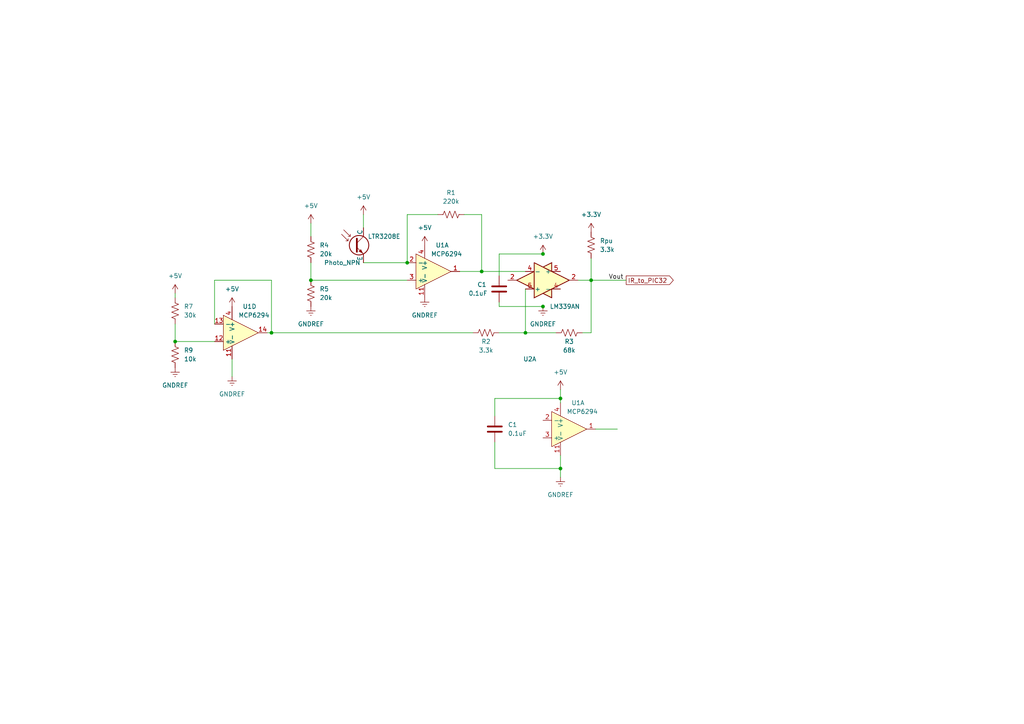
<source format=kicad_sch>
(kicad_sch (version 20230121) (generator eeschema)
  (paper "A4")
  (lib_symbols
    (symbol "ME218_BaseLib:Cap" (pin_numbers hide) (pin_names (offset 0.254))
      (property "Reference" "C" (at 0.635 2.54 0))
      (property "Value" "Cap" (at 0.635 -2.54 0))
      (symbol "Cap_0_1"
        (polyline (pts (xy -2.032 -0.762) (xy 2.032 -0.762)) (stroke (width 0.508)))
        (polyline (pts (xy -2.032 0.762) (xy 2.032 0.762)) (stroke (width 0.508)))
      )
      (symbol "Cap_1_1"
        (pin passive line (at 0 3.81 270) (length 2.794) (name "~") (number "1"))
        (pin passive line (at 0 -3.81 90) (length 2.794) (name "~") (number "2"))
      )
    )
    (symbol "ME218_BaseLib:LM339AN" (pin_names (offset 0.127))
      (property "Reference" "U" (at 0 5.08 0))
      (property "Value" "LM339AN" (at 0 -5.08 0))
      (symbol "LM339AN_1_1"
        (polyline (pts (xy -5.08 5.08) (xy 5.08 0) (xy -5.08 -5.08) (xy -5.08 5.08)) (stroke (width 0.254)) (fill (type background)))
        (pin open_collector line (at 7.62 0 180) (length 2.54) (name "~") (number "2"))
        (pin input line (at -7.62 -2.54 0) (length 2.54) (name "-") (number "4"))
        (pin input line (at -7.62 2.54 0) (length 2.54) (name "+") (number "5"))
      )
      (symbol "LM339AN_2_1"
        (polyline (pts (xy -5.08 5.08) (xy 5.08 0) (xy -5.08 -5.08) (xy -5.08 5.08)) (stroke (width 0.254)) (fill (type background)))
        (pin open_collector line (at 7.62 0 180) (length 2.54) (name "~") (number "1"))
        (pin input line (at -7.62 -2.54 0) (length 2.54) (name "-") (number "6"))
        (pin input line (at -7.62 2.54 0) (length 2.54) (name "+") (number "7"))
      )
      (symbol "LM339AN_3_1"
        (polyline (pts (xy -5.08 5.08) (xy 5.08 0) (xy -5.08 -5.08) (xy -5.08 5.08)) (stroke (width 0.254)) (fill (type background)))
        (pin input line (at -7.62 -2.54 0) (length 2.54) (name "-") (number "10"))
        (pin input line (at -7.62 2.54 0) (length 2.54) (name "+") (number "11"))
        (pin open_collector line (at 7.62 0 180) (length 2.54) (name "~") (number "13"))
      )
      (symbol "LM339AN_4_1"
        (polyline (pts (xy -5.08 5.08) (xy 5.08 0) (xy -5.08 -5.08) (xy -5.08 5.08)) (stroke (width 0.254)) (fill (type background)))
        (pin open_collector line (at 7.62 0 180) (length 2.54) (name "~") (number "14"))
        (pin input line (at -7.62 -2.54 0) (length 2.54) (name "-") (number "8"))
        (pin input line (at -7.62 2.54 0) (length 2.54) (name "+") (number "9"))
      )
      (symbol "LM339AN_5_1"
        (pin power_in line (at -2.54 -7.62 90) (length 3.81) (name "V-") (number "12"))
        (pin power_in line (at -2.54 7.62 270) (length 3.81) (name "V+") (number "3"))
      )
    )
    (symbol "ME218_BaseLib:MCP6294"
      (property "Reference" "U" (at 1.27 5.08 0))
      (property "Value" "MCP6294" (at 3.81 -5.08 0))
      (symbol "MCP6294_0_1"
        (polyline (pts (xy -5.08 5.08) (xy 5.08 0) (xy -5.08 -5.08) (xy -5.08 5.08)) (stroke (width 0.1524)) (fill (type background)))
        (pin power_in line (at -2.54 -7.62 90) (length 3.81) (name "V-") (number "11"))
        (pin power_in line (at -2.54 7.62 270) (length 3.81) (name "V+") (number "4"))
      )
      (symbol "MCP6294_1_1"
        (pin output line (at 7.62 0 180) (length 2.54) (name "~") (number "1"))
        (pin input line (at -7.62 2.54 0) (length 2.54) (name "-") (number "2"))
        (pin input line (at -7.62 -2.54 0) (length 2.54) (name "+") (number "3"))
      )
      (symbol "MCP6294_2_1"
        (pin input line (at -7.62 -2.54 0) (length 2.54) (name "+") (number "5"))
        (pin input line (at -7.62 2.54 0) (length 2.54) (name "-") (number "6"))
        (pin output line (at 7.62 0 180) (length 2.54) (name "~") (number "7"))
      )
      (symbol "MCP6294_3_1"
        (pin input line (at -7.62 -2.54 0) (length 2.54) (name "+") (number "10"))
        (pin output line (at 7.62 0 180) (length 2.54) (name "~") (number "8"))
        (pin input line (at -7.62 2.54 0) (length 2.54) (name "-") (number "9"))
      )
      (symbol "MCP6294_4_1"
        (pin input line (at -7.62 -2.54 0) (length 2.54) (name "+") (number "12"))
        (pin input line (at -7.62 2.54 0) (length 2.54) (name "-") (number "13"))
        (pin output line (at 7.62 0 180) (length 2.54) (name "~") (number "14"))
      )
    )
    (symbol "ME218_BaseLib:Photo_NPN" (pin_numbers hide) (pin_names (offset 0))
      (property "Reference" "Q" (at 5.08 1.27 0))
      (property "Value" "Photo_NPN" (at 5.08 -1.27 0))
      (symbol "Photo_NPN_0_1"
        (polyline (pts (xy -1.905 1.27) (xy -2.54 1.27)))
        (polyline (pts (xy -1.27 2.54) (xy -1.905 2.54)))
        (polyline (pts (xy 0.635 0.635) (xy 2.54 2.54)))
        (polyline (pts (xy -3.81 3.175) (xy -1.905 1.27) (xy -1.905 1.905)))
        (polyline (pts (xy -3.175 4.445) (xy -1.27 2.54) (xy -1.27 3.175)))
        (polyline (pts (xy 0.635 -0.635) (xy 2.54 -2.54) (xy 2.54 -2.54)))
        (polyline (pts (xy 0.635 1.905) (xy 0.635 -1.905) (xy 0.635 -1.905)) (stroke (width 0.508)))
        (polyline (pts (xy 1.27 -1.778) (xy 1.778 -1.27) (xy 2.286 -2.286) (xy 1.27 -1.778) (xy 1.27 -1.778)) (fill (type outline)))
        (circle (center 1.27 0) (radius 2.8194) (stroke (width 0.254)))
      )
      (symbol "Photo_NPN_1_1"
        (pin passive line (at 2.54 5.08 270) (length 2.54) (name "C") (number "1"))
        (pin passive line (at 2.54 -5.08 90) (length 2.54) (name "E") (number "2"))
      )
    )
    (symbol "ME218_BaseLib:Res1" (pin_numbers hide) (pin_names (offset 0))
      (property "Reference" "R" (at 2.54 0 90))
      (property "Value" "Res1" (at -2.54 0 90))
      (symbol "Res1_0_1"
        (polyline (pts (xy 0 -2.286) (xy 0 -2.54)))
        (polyline (pts (xy 0 2.286) (xy 0 2.54)))
        (polyline (pts (xy 0 -0.762) (xy 1.016 -1.143) (xy 0 -1.524) (xy -1.016 -1.905) (xy 0 -2.286)))
        (polyline (pts (xy 0 0.762) (xy 1.016 0.381) (xy 0 0) (xy -1.016 -0.381) (xy 0 -0.762)))
        (polyline (pts (xy 0 2.286) (xy 1.016 1.905) (xy 0 1.524) (xy -1.016 1.143) (xy 0 0.762)))
      )
      (symbol "Res1_1_1"
        (pin passive line (at 0 3.81 270) (length 1.27) (name "~") (number "1"))
        (pin passive line (at 0 -3.81 90) (length 1.27) (name "~") (number "2"))
      )
    )
    (symbol "power:+3.3V" (power) (pin_names (offset 0))
      (property "Value" "+3.3V" (at 0 3.556 0))
      (symbol "+3.3V_0_1"
        (polyline (pts (xy -0.762 1.27) (xy 0 2.54)))
        (polyline (pts (xy 0 0) (xy 0 2.54)))
        (polyline (pts (xy 0 2.54) (xy 0.762 1.27)))
      )
      (symbol "+3.3V_1_1"
        (pin power_in line (at 0 0 90) (length 0) hide (name "+3.3V") (number "1"))
      )
    )
    (symbol "power:+5V" (power) (pin_names (offset 0))
      (property "Value" "+5V" (at 0 3.556 0))
      (symbol "+5V_0_1"
        (polyline (pts (xy -0.762 1.27) (xy 0 2.54)))
        (polyline (pts (xy 0 0) (xy 0 2.54)))
        (polyline (pts (xy 0 2.54) (xy 0.762 1.27)))
      )
      (symbol "+5V_1_1"
        (pin power_in line (at 0 0 90) (length 0) hide (name "+5V") (number "1"))
      )
    )
    (symbol "power:GNDREF" (power) (pin_names (offset 0))
      (property "Value" "GNDREF" (at 0 -3.81 0))
      (symbol "GNDREF_0_1"
        (polyline (pts (xy -0.635 -1.905) (xy 0.635 -1.905)))
        (polyline (pts (xy -0.127 -2.54) (xy 0.127 -2.54)))
        (polyline (pts (xy 0 -1.27) (xy 0 0)))
        (polyline (pts (xy 1.27 -1.27) (xy -1.27 -1.27)))
      )
      (symbol "GNDREF_1_1"
        (pin power_in line (at 0 0 270) (length 0) hide (name "GNDREF") (number "1"))
      )
    )
  )
  (junction (at 118.11 76.2))
  (junction (at 139.7 78.74))
  (junction (at 50.8 99.06))
  (junction (at 157.48 73.66))
  (junction (at 78.74 96.52))
  (junction (at 162.56 135.89))
  (junction (at 90.17 81.28))
  (junction (at 152.4 96.52))
  (junction (at 157.48 88.9))
  (junction (at 162.56 115.57))
  (junction (at 171.45 81.28))
  (wire (pts (xy 171.45 74.93) (xy 171.45 81.28)))
  (wire (pts (xy 162.56 115.57) (xy 162.56 116.84)))
  (wire (pts (xy 90.17 64.77) (xy 90.17 68.58)))
  (wire (pts (xy 143.51 135.89) (xy 162.56 135.89)))
  (wire (pts (xy 152.4 96.52) (xy 161.29 96.52)))
  (wire (pts (xy 90.17 76.2) (xy 90.17 81.28)))
  (wire (pts (xy 78.74 81.28) (xy 78.74 96.52)))
  (wire (pts (xy 50.8 85.09) (xy 50.8 86.36)))
  (wire (pts (xy 144.78 88.9) (xy 144.78 87.63)))
  (wire (pts (xy 172.72 124.46) (xy 179.07 124.46)))
  (wire (pts (xy 143.51 115.57) (xy 162.56 115.57)))
  (wire (pts (xy 167.64 81.28) (xy 171.45 81.28)))
  (wire (pts (xy 152.4 83.82) (xy 152.4 96.52)))
  (wire (pts (xy 139.7 78.74) (xy 152.4 78.74)))
  (wire (pts (xy 62.23 81.28) (xy 78.74 81.28)))
  (wire (pts (xy 162.56 135.89) (xy 162.56 132.08)))
  (wire (pts (xy 171.45 96.52) (xy 171.45 81.28)))
  (wire (pts (xy 143.51 128.27) (xy 143.51 135.89)))
  (wire (pts (xy 118.11 62.23) (xy 127 62.23)))
  (wire (pts (xy 90.17 81.28) (xy 118.11 81.28)))
  (wire (pts (xy 144.78 80.01) (xy 144.78 73.66)))
  (wire (pts (xy 62.23 93.98) (xy 62.23 81.28)))
  (wire (pts (xy 143.51 120.65) (xy 143.51 115.57)))
  (wire (pts (xy 162.56 138.43) (xy 162.56 135.89)))
  (wire (pts (xy 50.8 93.98) (xy 50.8 99.06)))
  (wire (pts (xy 77.47 96.52) (xy 78.74 96.52)))
  (wire (pts (xy 105.41 62.23) (xy 105.41 66.04)))
  (wire (pts (xy 105.41 76.2) (xy 118.11 76.2)))
  (wire (pts (xy 168.91 96.52) (xy 171.45 96.52)))
  (wire (pts (xy 144.78 96.52) (xy 152.4 96.52)))
  (wire (pts (xy 162.56 113.03) (xy 162.56 115.57)))
  (wire (pts (xy 50.8 99.06) (xy 62.23 99.06)))
  (wire (pts (xy 139.7 62.23) (xy 139.7 78.74)))
  (wire (pts (xy 133.35 78.74) (xy 139.7 78.74)))
  (wire (pts (xy 134.62 62.23) (xy 139.7 62.23)))
  (wire (pts (xy 144.78 88.9) (xy 157.48 88.9)))
  (wire (pts (xy 144.78 73.66) (xy 157.48 73.66)))
  (wire (pts (xy 67.31 109.22) (xy 67.31 104.14)))
  (wire (pts (xy 78.74 96.52) (xy 137.16 96.52)))
  (wire (pts (xy 171.45 81.28) (xy 181.61 81.28)))
  (wire (pts (xy 118.11 76.2) (xy 118.11 62.23)))
  (label "Vout" (at 176.53 81.28 0))
  (global_label "IR_to_PIC32" (shape output) (at 181.61 81.28 0) (property "Intersheetrefs" "${INTERSHEET_REFS}" (effects hide)))
  (symbol (lib_id "ME218_BaseLib:Cap") (at 144.78 83.82 180) (unit 1)
    (property "Reference" "C1" (at 138.43 82.55 0) (effects (justify right)))
    (property "Value" "0.1uF" (at 135.89 85.09 0) (effects (justify right)))
    (instances (project "Lab1_3" (path "" (reference "C1") (unit 1))) (project "Lab8" (path "" (reference "C9") (unit 1))))
  )
  (symbol (lib_id "ME218_BaseLib:Res1") (at 140.97 96.52 90) (unit 1)
    (property "Reference" "R2" (at 140.97 99.06 90))
    (property "Value" "3.3k" (at 140.97 101.6 90))
    (instances (project "Lab1_3" (path "" (reference "R2") (unit 1))) (project "Lab8" (path "" (reference "R7") (unit 1))))
  )
  (symbol (lib_id "power:GNDREF") (at 90.17 88.9 0) (unit 1)
    (property "Reference" "#PWR014" (effects hide))
    (property "Value" "GNDREF" (at 90.17 93.98 0))
    (instances (project "Lab4" (path "" (reference "#PWR014") (unit 1)) (path "" (reference "#PWR02") (unit 1))) (project "Lab8" (path "" (reference "#PWR09") (unit 1))))
  )
  (symbol (lib_id "ME218_BaseLib:Res1") (at 165.1 96.52 90) (unit 1)
    (property "Reference" "R3" (at 165.1 99.06 90))
    (property "Value" "68k" (at 165.1 101.6 90))
    (instances (project "Lab1_3" (path "" (reference "R3") (unit 1))) (project "Lab8" (path "" (reference "R8") (unit 1))))
  )
  (symbol (lib_id "ME218_BaseLib:Res1") (at 50.8 90.17 180) (unit 1)
    (property "Reference" "R7" (at 53.34 88.9 0) (effects (justify right)))
    (property "Value" "30k" (at 53.34 91.44 0) (effects (justify right)))
    (instances (project "Lab4" (path "" (reference "R7") (unit 1)) (path "" (reference "R3") (unit 1))) (project "Lab8" (path "" (reference "R9") (unit 1))))
  )
  (symbol (lib_id "power:+3.3V") (at 157.48 73.66 0) (unit 1)
    (property "Reference" "#PWR06" (effects hide))
    (property "Value" "+3.3V" (at 157.48 68.58 0))
    (instances (project "Lab1_3" (path "" (reference "#PWR06") (unit 1))) (project "Lab8" (path "" (reference "#PWR029") (unit 1))))
  )
  (symbol (lib_id "power:GNDREF") (at 67.31 109.22 0) (unit 1)
    (property "Reference" "#PWR010" (effects hide))
    (property "Value" "GNDREF" (at 67.31 114.3 0))
    (instances (project "Lab4" (path "" (reference "#PWR010") (unit 1)) (path "" (reference "#PWR06") (unit 1))) (project "Lab8" (path "" (reference "#PWR032") (unit 1))))
  )
  (symbol (lib_id "power:+5V") (at 105.41 62.23 0) (unit 1)
    (property "Reference" "#PWR01" (effects hide))
    (property "Value" "+5V" (at 105.41 57.15 0))
    (instances (project "Lab1_3" (path "" (reference "#PWR01") (unit 1))) (project "Lab8" (path "" (reference "#PWR022") (unit 1))))
  )
  (symbol (lib_id "power:+5V") (at 123.19 71.12 0) (unit 1)
    (property "Reference" "#PWR02" (effects hide))
    (property "Value" "+5V" (at 123.19 66.04 0))
    (instances (project "Lab1_3" (path "" (reference "#PWR02") (unit 1))) (project "Lab8" (path "" (reference "#PWR023") (unit 1))))
  )
  (symbol (lib_id "ME218_BaseLib:Cap") (at 143.51 124.46 180) (unit 1)
    (property "Reference" "C1" (at 147.32 123.19 0) (effects (justify right)))
    (property "Value" "0.1uF" (at 147.32 125.73 0) (effects (justify right)))
    (instances (project "Lab1_3" (path "" (reference "C1") (unit 1))) (project "Lab8" (path "" (reference "C7") (unit 1))))
  )
  (symbol (lib_id "power:GNDREF") (at 157.48 88.9 0) (unit 1)
    (property "Reference" "#PWR07" (effects hide))
    (property "Value" "GNDREF" (at 157.48 93.98 0))
    (instances (project "Lab1_3" (path "" (reference "#PWR07") (unit 1))) (project "Lab8" (path "" (reference "#PWR030") (unit 1))))
  )
  (symbol (lib_id "power:GNDREF") (at 123.19 86.36 0) (unit 1)
    (property "Reference" "#PWR03" (effects hide))
    (property "Value" "GNDREF" (at 123.19 91.44 0))
    (instances (project "Lab1_3" (path "" (reference "#PWR03") (unit 1))) (project "Lab8" (path "" (reference "#PWR024") (unit 1))))
  )
  (symbol (lib_id "power:GNDREF") (at 50.8 106.68 0) (unit 1)
    (property "Reference" "#PWR011" (effects hide))
    (property "Value" "GNDREF" (at 50.8 111.76 0))
    (instances (project "Lab4" (path "" (reference "#PWR011") (unit 1)) (path "" (reference "#PWR04") (unit 1))) (project "Lab8" (path "" (reference "#PWR021") (unit 1))))
  )
  (symbol (lib_id "power:+5V") (at 67.31 88.9 0) (unit 1)
    (property "Reference" "#PWR08" (effects hide))
    (property "Value" "+5V" (at 67.31 83.82 0))
    (instances (project "Lab4" (path "" (reference "#PWR08") (unit 1)) (path "" (reference "#PWR05") (unit 1))) (project "Lab8" (path "" (reference "#PWR031") (unit 1))))
  )
  (symbol (lib_id "ME218_BaseLib:MCP6294") (at 69.85 96.52 0) (unit 4)
    (property "Reference" "U1" (at 72.39 88.9 0))
    (property "Value" "MCP6294" (at 73.66 91.44 0))
    (instances (project "Lab4" (path "" (reference "U1") (unit 4)) (path "" (reference "U1") (unit 4))) (project "Lab8" (path "" (reference "U4") (unit 4))))
  )
  (symbol (lib_id "power:+5V") (at 50.8 85.09 0) (unit 1)
    (property "Reference" "#PWR09" (effects hide))
    (property "Value" "+5V" (at 50.8 80.01 0))
    (instances (project "Lab4" (path "" (reference "#PWR09") (unit 1)) (path "" (reference "#PWR03") (unit 1))) (project "Lab8" (path "" (reference "#PWR020") (unit 1))))
  )
  (symbol (lib_id "ME218_BaseLib:Res1") (at 171.45 71.12 180) (unit 1)
    (property "Reference" "Rpu" (at 173.99 69.85 0) (effects (justify right)))
    (property "Value" "3.3k" (at 173.99 72.39 0) (effects (justify right)))
    (instances (project "Lab1_3" (path "" (reference "Rpu") (unit 1))) (project "Lab8" (path "" (reference "Rpu1") (unit 1))))
  )
  (symbol (lib_id "ME218_BaseLib:Photo_NPN") (at 102.87 71.12 0) (unit 1)
    (property "Reference" "LTR3208E" (at 106.68 68.58 0) (effects (justify left)))
    (property "Value" "Photo_NPN" (at 93.98 76.2 0) (effects (justify left)))
    (instances (project "Lab1_3" (path "" (reference "LTR3208E") (unit 1))) (project "Lab8" (path "" (reference "LTR3208E1") (unit 1))))
  )
  (symbol (lib_id "ME218_BaseLib:Res1") (at 50.8 102.87 180) (unit 1)
    (property "Reference" "R9" (at 53.34 101.6 0) (effects (justify right)))
    (property "Value" "10k" (at 53.34 104.14 0) (effects (justify right)))
    (instances (project "Lab4" (path "" (reference "R9") (unit 1)) (path "" (reference "R4") (unit 1))) (project "Lab8" (path "" (reference "R10") (unit 1))))
  )
  (symbol (lib_id "ME218_BaseLib:Res1") (at 130.81 62.23 90) (unit 1)
    (property "Reference" "R1" (at 130.81 55.88 90))
    (property "Value" "220k" (at 130.81 58.42 90))
    (instances (project "Lab1_3" (path "" (reference "R1") (unit 1))) (project "Lab8" (path "" (reference "R6") (unit 1))))
  )
  (symbol (lib_id "ME218_BaseLib:LM339AN") (at 154.94 81.28 0) (mirror y) (unit 1)
    (property "Reference" "U2" (effects hide))
    (property "Value" "LM339AN" (effects hide))
    (instances (project "Lab1_3" (path "" (reference "U2") (unit 1))) (project "Lab8" (path "" (reference "U7") (unit 5))))
  )
  (symbol (lib_id "ME218_BaseLib:MCP6294") (at 125.73 78.74 0) (unit 1)
    (property "Reference" "U1" (at 128.27 71.12 0))
    (property "Value" "MCP6294" (at 129.54 73.66 0))
    (instances (project "Lab1_3" (path "" (reference "U1") (unit 1))) (project "Lab8" (path "" (reference "U4") (unit 1))))
  )
  (symbol (lib_id "ME218_BaseLib:Res1") (at 90.17 85.09 180) (unit 1)
    (property "Reference" "R5" (at 92.71 83.82 0) (effects (justify right)))
    (property "Value" "20k" (at 92.71 86.36 0) (effects (justify right)))
    (instances (project "Lab4" (path "" (reference "R5") (unit 1)) (path "" (reference "R2") (unit 1))) (project "Lab8" (path "" (reference "R5") (unit 1))))
  )
  (symbol (lib_id "power:+3.3V") (at 171.45 67.31 0) (unit 1)
    (property "Reference" "#PWR06" (effects hide))
    (property "Value" "+3.3V" (at 171.45 62.23 0))
    (instances (project "Lab1_3" (path "" (reference "#PWR06") (unit 1))) (project "Lab8" (path "" (reference "#PWR027") (unit 1))))
  )
  (symbol (lib_id "power:+5V") (at 162.56 113.03 0) (unit 1)
    (property "Reference" "#PWR05" (effects hide))
    (property "Value" "+5V" (at 162.56 107.95 0))
    (instances (project "Lab1_3" (path "" (reference "#PWR05") (unit 1))) (project "Lab8" (path "" (reference "#PWR025") (unit 1))))
  )
  (symbol (lib_id "power:GNDREF") (at 162.56 138.43 0) (unit 1)
    (property "Reference" "#PWR07" (effects hide))
    (property "Value" "GNDREF" (at 162.56 143.51 0))
    (instances (project "Lab1_3" (path "" (reference "#PWR07") (unit 1))) (project "Lab8" (path "" (reference "#PWR026") (unit 1))))
  )
  (symbol (lib_id "ME218_BaseLib:MCP6294") (at 165.1 124.46 0) (unit 1)
    (property "Reference" "U1" (at 167.64 116.84 0))
    (property "Value" "MCP6294" (at 168.91 119.38 0))
    (instances (project "Lab1_3" (path "" (reference "U1") (unit 1))) (project "Lab8" (path "" (reference "U6") (unit 1))))
  )
  (symbol (lib_id "ME218_BaseLib:LM339AN") (at 160.02 81.28 0) (mirror x) (unit 1)
    (property "Reference" "U2" (at 153.67 104.14 0))
    (property "Value" "LM339AN" (at 163.83 88.9 0))
    (instances (project "Lab1_3" (path "" (reference "U2") (unit 1))) (project "Lab8" (path "" (reference "U5") (unit 1))))
  )
  (symbol (lib_id "power:+5V") (at 90.17 64.77 0) (unit 1)
    (property "Reference" "#PWR013" (effects hide))
    (property "Value" "+5V" (at 90.17 59.69 0))
    (instances (project "Lab4" (path "" (reference "#PWR013") (unit 1)) (path "" (reference "#PWR01") (unit 1))) (project "Lab8" (path "" (reference "#PWR08") (unit 1))))
  )
  (symbol (lib_id "ME218_BaseLib:Res1") (at 90.17 72.39 180) (unit 1)
    (property "Reference" "R4" (at 92.71 71.12 0) (effects (justify right)))
    (property "Value" "20k" (at 92.71 73.66 0) (effects (justify right)))
    (instances (project "Lab4" (path "" (reference "R4") (unit 1)) (path "" (reference "R1") (unit 1))) (project "Lab8" (path "" (reference "R4") (unit 1))))
  )
)
</source>
